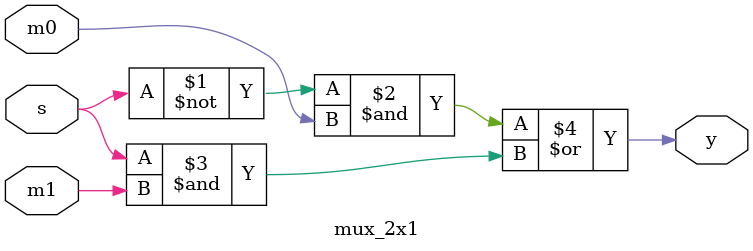
<source format=v>
`timescale 1ns / 1ps

module mux8x1_4x1mux(
input [7:0] i,
input [2:0] s,
output y
    );
    wire y0,y1;
    mux4x1 m1(i[3:0],s[1:0],y0);
    mux4x1 m2(i[7:4],s[1:0],y1);
    mux_2x1 m3(y0,y1,s[2],y);
endmodule

module mux4x1(
input [3:0] n,
input [1:0] s,
output y);
wire w1,w2;

assign w1=~s[1];
assign w2=~s[0];
assign y = (w1&w2& n[0])|(w1&s[0]&n[1])|(s[1]&w2&n[2])|(s[1]&s[0]&n[3]);

endmodule

module mux_2x1(
input m0,m1,
input s,
output y);
assign y = (~s & m0) | (s & m1);
endmodule
</source>
